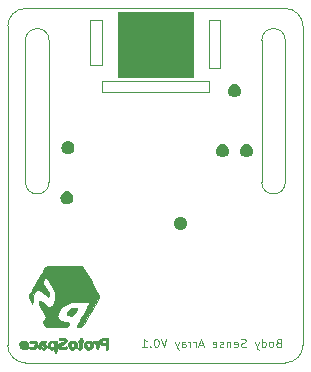
<source format=gbr>
G04 #@! TF.GenerationSoftware,KiCad,Pcbnew,5.1.2*
G04 #@! TF.CreationDate,2019-06-13T14:37:42+02:00*
G04 #@! TF.ProjectId,BodyTempUnit-e7,426f6479-5465-46d7-9055-6e69742d6537,rev?*
G04 #@! TF.SameCoordinates,Original*
G04 #@! TF.FileFunction,Soldermask,Bot*
G04 #@! TF.FilePolarity,Negative*
%FSLAX46Y46*%
G04 Gerber Fmt 4.6, Leading zero omitted, Abs format (unit mm)*
G04 Created by KiCad (PCBNEW 5.1.2) date 2019-06-13 14:37:42*
%MOMM*%
%LPD*%
G04 APERTURE LIST*
%ADD10C,0.100000*%
%ADD11C,0.050000*%
%ADD12C,0.010000*%
%ADD13C,0.150000*%
G04 APERTURE END LIST*
D10*
X87908333Y-133300000D02*
X87808333Y-133333333D01*
X87775000Y-133366666D01*
X87741666Y-133433333D01*
X87741666Y-133533333D01*
X87775000Y-133600000D01*
X87808333Y-133633333D01*
X87875000Y-133666666D01*
X88141666Y-133666666D01*
X88141666Y-132966666D01*
X87908333Y-132966666D01*
X87841666Y-133000000D01*
X87808333Y-133033333D01*
X87775000Y-133100000D01*
X87775000Y-133166666D01*
X87808333Y-133233333D01*
X87841666Y-133266666D01*
X87908333Y-133300000D01*
X88141666Y-133300000D01*
X87341666Y-133666666D02*
X87408333Y-133633333D01*
X87441666Y-133600000D01*
X87475000Y-133533333D01*
X87475000Y-133333333D01*
X87441666Y-133266666D01*
X87408333Y-133233333D01*
X87341666Y-133200000D01*
X87241666Y-133200000D01*
X87175000Y-133233333D01*
X87141666Y-133266666D01*
X87108333Y-133333333D01*
X87108333Y-133533333D01*
X87141666Y-133600000D01*
X87175000Y-133633333D01*
X87241666Y-133666666D01*
X87341666Y-133666666D01*
X86508333Y-133666666D02*
X86508333Y-132966666D01*
X86508333Y-133633333D02*
X86575000Y-133666666D01*
X86708333Y-133666666D01*
X86775000Y-133633333D01*
X86808333Y-133600000D01*
X86841666Y-133533333D01*
X86841666Y-133333333D01*
X86808333Y-133266666D01*
X86775000Y-133233333D01*
X86708333Y-133200000D01*
X86575000Y-133200000D01*
X86508333Y-133233333D01*
X86241666Y-133200000D02*
X86075000Y-133666666D01*
X85908333Y-133200000D02*
X86075000Y-133666666D01*
X86141666Y-133833333D01*
X86175000Y-133866666D01*
X86241666Y-133900000D01*
X85141666Y-133633333D02*
X85041666Y-133666666D01*
X84875000Y-133666666D01*
X84808333Y-133633333D01*
X84775000Y-133600000D01*
X84741666Y-133533333D01*
X84741666Y-133466666D01*
X84775000Y-133400000D01*
X84808333Y-133366666D01*
X84875000Y-133333333D01*
X85008333Y-133300000D01*
X85075000Y-133266666D01*
X85108333Y-133233333D01*
X85141666Y-133166666D01*
X85141666Y-133100000D01*
X85108333Y-133033333D01*
X85075000Y-133000000D01*
X85008333Y-132966666D01*
X84841666Y-132966666D01*
X84741666Y-133000000D01*
X84175000Y-133633333D02*
X84241666Y-133666666D01*
X84375000Y-133666666D01*
X84441666Y-133633333D01*
X84475000Y-133566666D01*
X84475000Y-133300000D01*
X84441666Y-133233333D01*
X84375000Y-133200000D01*
X84241666Y-133200000D01*
X84175000Y-133233333D01*
X84141666Y-133300000D01*
X84141666Y-133366666D01*
X84475000Y-133433333D01*
X83841666Y-133200000D02*
X83841666Y-133666666D01*
X83841666Y-133266666D02*
X83808333Y-133233333D01*
X83741666Y-133200000D01*
X83641666Y-133200000D01*
X83575000Y-133233333D01*
X83541666Y-133300000D01*
X83541666Y-133666666D01*
X83241666Y-133633333D02*
X83175000Y-133666666D01*
X83041666Y-133666666D01*
X82975000Y-133633333D01*
X82941666Y-133566666D01*
X82941666Y-133533333D01*
X82975000Y-133466666D01*
X83041666Y-133433333D01*
X83141666Y-133433333D01*
X83208333Y-133400000D01*
X83241666Y-133333333D01*
X83241666Y-133300000D01*
X83208333Y-133233333D01*
X83141666Y-133200000D01*
X83041666Y-133200000D01*
X82975000Y-133233333D01*
X82375000Y-133633333D02*
X82441666Y-133666666D01*
X82575000Y-133666666D01*
X82641666Y-133633333D01*
X82675000Y-133566666D01*
X82675000Y-133300000D01*
X82641666Y-133233333D01*
X82575000Y-133200000D01*
X82441666Y-133200000D01*
X82375000Y-133233333D01*
X82341666Y-133300000D01*
X82341666Y-133366666D01*
X82675000Y-133433333D01*
X81541666Y-133466666D02*
X81208333Y-133466666D01*
X81608333Y-133666666D02*
X81375000Y-132966666D01*
X81141666Y-133666666D01*
X80908333Y-133666666D02*
X80908333Y-133200000D01*
X80908333Y-133333333D02*
X80875000Y-133266666D01*
X80841666Y-133233333D01*
X80775000Y-133200000D01*
X80708333Y-133200000D01*
X80475000Y-133666666D02*
X80475000Y-133200000D01*
X80475000Y-133333333D02*
X80441666Y-133266666D01*
X80408333Y-133233333D01*
X80341666Y-133200000D01*
X80275000Y-133200000D01*
X79741666Y-133666666D02*
X79741666Y-133300000D01*
X79775000Y-133233333D01*
X79841666Y-133200000D01*
X79975000Y-133200000D01*
X80041666Y-133233333D01*
X79741666Y-133633333D02*
X79808333Y-133666666D01*
X79975000Y-133666666D01*
X80041666Y-133633333D01*
X80075000Y-133566666D01*
X80075000Y-133500000D01*
X80041666Y-133433333D01*
X79975000Y-133400000D01*
X79808333Y-133400000D01*
X79741666Y-133366666D01*
X79475000Y-133200000D02*
X79308333Y-133666666D01*
X79141666Y-133200000D02*
X79308333Y-133666666D01*
X79375000Y-133833333D01*
X79408333Y-133866666D01*
X79475000Y-133900000D01*
X78441666Y-132966666D02*
X78208333Y-133666666D01*
X77975000Y-132966666D01*
X77608333Y-132966666D02*
X77541666Y-132966666D01*
X77475000Y-133000000D01*
X77441666Y-133033333D01*
X77408333Y-133100000D01*
X77375000Y-133233333D01*
X77375000Y-133400000D01*
X77408333Y-133533333D01*
X77441666Y-133600000D01*
X77475000Y-133633333D01*
X77541666Y-133666666D01*
X77608333Y-133666666D01*
X77675000Y-133633333D01*
X77708333Y-133600000D01*
X77741666Y-133533333D01*
X77775000Y-133400000D01*
X77775000Y-133233333D01*
X77741666Y-133100000D01*
X77708333Y-133033333D01*
X77675000Y-133000000D01*
X77608333Y-132966666D01*
X77075000Y-133600000D02*
X77041666Y-133633333D01*
X77075000Y-133666666D01*
X77108333Y-133633333D01*
X77075000Y-133600000D01*
X77075000Y-133666666D01*
X76375000Y-133666666D02*
X76775000Y-133666666D01*
X76575000Y-133666666D02*
X76575000Y-132966666D01*
X76641666Y-133066666D01*
X76708333Y-133133333D01*
X76775000Y-133166666D01*
G36*
X80725000Y-110800000D02*
G01*
X74325000Y-110800000D01*
X74325000Y-105300000D01*
X80725000Y-105300000D01*
X80725000Y-110800000D01*
G37*
X80725000Y-110800000D02*
X74325000Y-110800000D01*
X74325000Y-105300000D01*
X80725000Y-105300000D01*
X80725000Y-110800000D01*
D11*
X88505000Y-135000033D02*
G75*
G03X90005000Y-133510000I0J1500033D01*
G01*
X64998200Y-133501400D02*
G75*
G03X66498200Y-135001400I1500000J0D01*
G01*
X82000000Y-112100000D02*
X82000000Y-111100000D01*
X73000000Y-112100000D02*
X73000000Y-111100000D01*
X72000000Y-109800000D02*
X73000000Y-109800000D01*
X82000000Y-110000000D02*
X83000000Y-110000000D01*
X83000000Y-106000000D02*
X83000000Y-110000000D01*
X82000000Y-106000000D02*
X83000000Y-106000000D01*
X82000000Y-106000000D02*
X82000000Y-110000000D01*
X72000000Y-106000000D02*
X72000000Y-109800000D01*
X73000000Y-106000000D02*
X72000000Y-106000000D01*
X73000000Y-109800000D02*
X73000000Y-106000000D01*
X82000000Y-112100000D02*
X73000000Y-112100000D01*
X66500000Y-105000000D02*
G75*
G03X65000000Y-106500000I0J-1500000D01*
G01*
X90000000Y-106500000D02*
G75*
G03X88500000Y-105000000I-1500000J0D01*
G01*
X90000000Y-106500000D02*
X90005000Y-133510000D01*
X65001100Y-106500000D02*
X64999600Y-133501400D01*
X66500000Y-105000000D02*
X88500000Y-105000000D01*
X88500000Y-107700000D02*
X88500000Y-119700000D01*
X86500000Y-119700000D02*
X86500000Y-107700000D01*
X88500000Y-119700000D02*
G75*
G02X86500000Y-119700000I-1000000J0D01*
G01*
X86500000Y-107700000D02*
G75*
G02X88500000Y-107700000I1000000J0D01*
G01*
X68500000Y-107700000D02*
X68500000Y-119700000D01*
X66500000Y-107700000D02*
G75*
G02X68500000Y-107700000I1000000J0D01*
G01*
X68500000Y-119700000D02*
G75*
G02X66500000Y-119700000I-1000000J0D01*
G01*
X66500000Y-119700000D02*
X66500000Y-107700000D01*
X73000000Y-111100000D02*
X82000000Y-111100000D01*
X88505000Y-135000000D02*
X66498200Y-135000000D01*
D12*
G36*
X70520390Y-130352813D02*
G01*
X70392678Y-130399832D01*
X70267293Y-130487206D01*
X70142997Y-130615894D01*
X70046430Y-130753403D01*
X70004231Y-130867239D01*
X70004000Y-130873900D01*
X70047980Y-130934724D01*
X70154558Y-130992016D01*
X70285700Y-131028289D01*
X70350208Y-131033055D01*
X70465971Y-131006657D01*
X70526968Y-130978461D01*
X70611922Y-130901151D01*
X70708608Y-130774382D01*
X70798619Y-130628551D01*
X70863548Y-130494054D01*
X70884990Y-130401288D01*
X70882686Y-130391037D01*
X70813646Y-130339138D01*
X70682453Y-130326584D01*
X70520390Y-130352813D01*
G37*
X70520390Y-130352813D02*
X70392678Y-130399832D01*
X70267293Y-130487206D01*
X70142997Y-130615894D01*
X70046430Y-130753403D01*
X70004231Y-130867239D01*
X70004000Y-130873900D01*
X70047980Y-130934724D01*
X70154558Y-130992016D01*
X70285700Y-131028289D01*
X70350208Y-131033055D01*
X70465971Y-131006657D01*
X70526968Y-130978461D01*
X70611922Y-130901151D01*
X70708608Y-130774382D01*
X70798619Y-130628551D01*
X70863548Y-130494054D01*
X70884990Y-130401288D01*
X70882686Y-130391037D01*
X70813646Y-130339138D01*
X70682453Y-130326584D01*
X70520390Y-130352813D01*
G36*
X69348137Y-126767900D02*
G01*
X69014827Y-126769856D01*
X68759662Y-126773946D01*
X68570917Y-126780851D01*
X68436867Y-126791252D01*
X68345786Y-126805827D01*
X68285947Y-126825257D01*
X68245626Y-126850223D01*
X68238465Y-126856299D01*
X68183783Y-126926264D01*
X68090256Y-127069006D01*
X67966006Y-127270279D01*
X67819150Y-127515838D01*
X67657810Y-127791439D01*
X67490104Y-128082835D01*
X67324152Y-128375781D01*
X67168075Y-128656032D01*
X67029990Y-128909343D01*
X66918019Y-129121468D01*
X66840281Y-129278162D01*
X66804896Y-129365179D01*
X66803600Y-129373668D01*
X66826194Y-129465851D01*
X66884510Y-129610125D01*
X66941879Y-129728188D01*
X67080157Y-129993200D01*
X67112868Y-129663000D01*
X67161915Y-129349803D01*
X67242936Y-129119211D01*
X67363698Y-128955156D01*
X67502691Y-128856394D01*
X67652808Y-128831909D01*
X67829060Y-128898360D01*
X68022652Y-129051277D01*
X68142518Y-129181532D01*
X68291000Y-129337783D01*
X68400433Y-129402981D01*
X68473945Y-129378508D01*
X68496491Y-129337699D01*
X68509069Y-129240044D01*
X68476509Y-129110363D01*
X68392949Y-128934090D01*
X68252525Y-128696659D01*
X68213742Y-128635279D01*
X68095990Y-128446835D01*
X68026304Y-128318997D01*
X67996530Y-128227743D01*
X67998516Y-128149051D01*
X68021136Y-128067843D01*
X68095215Y-127906427D01*
X68181924Y-127813173D01*
X68266564Y-127803136D01*
X68275087Y-127807741D01*
X68342219Y-127880274D01*
X68439376Y-128023854D01*
X68554890Y-128216871D01*
X68677098Y-128437719D01*
X68794333Y-128664791D01*
X68894930Y-128876479D01*
X68967222Y-129051175D01*
X68995057Y-129141287D01*
X69026759Y-129410253D01*
X69006725Y-129669024D01*
X68942802Y-129902206D01*
X68842835Y-130094408D01*
X68714668Y-130230237D01*
X68566147Y-130294301D01*
X68416702Y-130276010D01*
X68324088Y-130217597D01*
X68191823Y-130107960D01*
X68050110Y-129972391D01*
X67886956Y-129815408D01*
X67773749Y-129735873D01*
X67699071Y-129730258D01*
X67651506Y-129795036D01*
X67636321Y-129844546D01*
X67625095Y-129934348D01*
X67641632Y-130034449D01*
X67693233Y-130161904D01*
X67787198Y-130333766D01*
X67930828Y-130567090D01*
X67976033Y-130638089D01*
X68087158Y-130820980D01*
X68172895Y-130979443D01*
X68220458Y-131089039D01*
X68226000Y-131115893D01*
X68196600Y-131209866D01*
X68123528Y-131335502D01*
X68098839Y-131369527D01*
X67971677Y-131536244D01*
X68079231Y-131718534D01*
X68169832Y-131846990D01*
X68260283Y-131938004D01*
X68279253Y-131950312D01*
X68360386Y-131967422D01*
X68523122Y-131981970D01*
X68747472Y-131992837D01*
X69013450Y-131998908D01*
X69164886Y-131999800D01*
X69958052Y-131999800D01*
X70084527Y-131863330D01*
X70178286Y-131740162D01*
X70191215Y-131650094D01*
X70117308Y-131584436D01*
X69950559Y-131534499D01*
X69843640Y-131514842D01*
X69548493Y-131446385D01*
X69347425Y-131349586D01*
X69235322Y-131218084D01*
X69207069Y-131045520D01*
X69257552Y-130825533D01*
X69267582Y-130798456D01*
X69443926Y-130475069D01*
X69700317Y-130208178D01*
X70027803Y-130005269D01*
X70355505Y-129888660D01*
X70538685Y-129855034D01*
X70766560Y-129832782D01*
X71018580Y-129821498D01*
X71274192Y-129820775D01*
X71512845Y-129830207D01*
X71713987Y-129849388D01*
X71857065Y-129877912D01*
X71921529Y-129915372D01*
X71922870Y-129919642D01*
X71902843Y-129985436D01*
X71838272Y-130124462D01*
X71736489Y-130322594D01*
X71604825Y-130565704D01*
X71450610Y-130839665D01*
X71398284Y-130930526D01*
X71236379Y-131211187D01*
X71091379Y-131464547D01*
X70971223Y-131676567D01*
X70883853Y-131833210D01*
X70837208Y-131920438D01*
X70832261Y-131931184D01*
X70852467Y-131979140D01*
X70939832Y-132000913D01*
X71063702Y-131997798D01*
X71193423Y-131971091D01*
X71298339Y-131922087D01*
X71312336Y-131910900D01*
X71369065Y-131838915D01*
X71464232Y-131694141D01*
X71589728Y-131490873D01*
X71737447Y-131243407D01*
X71899281Y-130966038D01*
X72067122Y-130673062D01*
X72232863Y-130378775D01*
X72388396Y-130097473D01*
X72525614Y-129843453D01*
X72636409Y-129631008D01*
X72712674Y-129474437D01*
X72746300Y-129388033D01*
X72747200Y-129380835D01*
X72722298Y-129310542D01*
X72652995Y-129167423D01*
X72547395Y-128965632D01*
X72413605Y-128719326D01*
X72259729Y-128442659D01*
X72093873Y-128149785D01*
X71924141Y-127854861D01*
X71758639Y-127572040D01*
X71605472Y-127315478D01*
X71472744Y-127099330D01*
X71368562Y-126937750D01*
X71301031Y-126844893D01*
X71287102Y-126830900D01*
X71232209Y-126810787D01*
X71120650Y-126794964D01*
X70944025Y-126783081D01*
X70693932Y-126774785D01*
X70361971Y-126769724D01*
X69939743Y-126767546D01*
X69771319Y-126767399D01*
X69348137Y-126767900D01*
G37*
X69348137Y-126767900D02*
X69014827Y-126769856D01*
X68759662Y-126773946D01*
X68570917Y-126780851D01*
X68436867Y-126791252D01*
X68345786Y-126805827D01*
X68285947Y-126825257D01*
X68245626Y-126850223D01*
X68238465Y-126856299D01*
X68183783Y-126926264D01*
X68090256Y-127069006D01*
X67966006Y-127270279D01*
X67819150Y-127515838D01*
X67657810Y-127791439D01*
X67490104Y-128082835D01*
X67324152Y-128375781D01*
X67168075Y-128656032D01*
X67029990Y-128909343D01*
X66918019Y-129121468D01*
X66840281Y-129278162D01*
X66804896Y-129365179D01*
X66803600Y-129373668D01*
X66826194Y-129465851D01*
X66884510Y-129610125D01*
X66941879Y-129728188D01*
X67080157Y-129993200D01*
X67112868Y-129663000D01*
X67161915Y-129349803D01*
X67242936Y-129119211D01*
X67363698Y-128955156D01*
X67502691Y-128856394D01*
X67652808Y-128831909D01*
X67829060Y-128898360D01*
X68022652Y-129051277D01*
X68142518Y-129181532D01*
X68291000Y-129337783D01*
X68400433Y-129402981D01*
X68473945Y-129378508D01*
X68496491Y-129337699D01*
X68509069Y-129240044D01*
X68476509Y-129110363D01*
X68392949Y-128934090D01*
X68252525Y-128696659D01*
X68213742Y-128635279D01*
X68095990Y-128446835D01*
X68026304Y-128318997D01*
X67996530Y-128227743D01*
X67998516Y-128149051D01*
X68021136Y-128067843D01*
X68095215Y-127906427D01*
X68181924Y-127813173D01*
X68266564Y-127803136D01*
X68275087Y-127807741D01*
X68342219Y-127880274D01*
X68439376Y-128023854D01*
X68554890Y-128216871D01*
X68677098Y-128437719D01*
X68794333Y-128664791D01*
X68894930Y-128876479D01*
X68967222Y-129051175D01*
X68995057Y-129141287D01*
X69026759Y-129410253D01*
X69006725Y-129669024D01*
X68942802Y-129902206D01*
X68842835Y-130094408D01*
X68714668Y-130230237D01*
X68566147Y-130294301D01*
X68416702Y-130276010D01*
X68324088Y-130217597D01*
X68191823Y-130107960D01*
X68050110Y-129972391D01*
X67886956Y-129815408D01*
X67773749Y-129735873D01*
X67699071Y-129730258D01*
X67651506Y-129795036D01*
X67636321Y-129844546D01*
X67625095Y-129934348D01*
X67641632Y-130034449D01*
X67693233Y-130161904D01*
X67787198Y-130333766D01*
X67930828Y-130567090D01*
X67976033Y-130638089D01*
X68087158Y-130820980D01*
X68172895Y-130979443D01*
X68220458Y-131089039D01*
X68226000Y-131115893D01*
X68196600Y-131209866D01*
X68123528Y-131335502D01*
X68098839Y-131369527D01*
X67971677Y-131536244D01*
X68079231Y-131718534D01*
X68169832Y-131846990D01*
X68260283Y-131938004D01*
X68279253Y-131950312D01*
X68360386Y-131967422D01*
X68523122Y-131981970D01*
X68747472Y-131992837D01*
X69013450Y-131998908D01*
X69164886Y-131999800D01*
X69958052Y-131999800D01*
X70084527Y-131863330D01*
X70178286Y-131740162D01*
X70191215Y-131650094D01*
X70117308Y-131584436D01*
X69950559Y-131534499D01*
X69843640Y-131514842D01*
X69548493Y-131446385D01*
X69347425Y-131349586D01*
X69235322Y-131218084D01*
X69207069Y-131045520D01*
X69257552Y-130825533D01*
X69267582Y-130798456D01*
X69443926Y-130475069D01*
X69700317Y-130208178D01*
X70027803Y-130005269D01*
X70355505Y-129888660D01*
X70538685Y-129855034D01*
X70766560Y-129832782D01*
X71018580Y-129821498D01*
X71274192Y-129820775D01*
X71512845Y-129830207D01*
X71713987Y-129849388D01*
X71857065Y-129877912D01*
X71921529Y-129915372D01*
X71922870Y-129919642D01*
X71902843Y-129985436D01*
X71838272Y-130124462D01*
X71736489Y-130322594D01*
X71604825Y-130565704D01*
X71450610Y-130839665D01*
X71398284Y-130930526D01*
X71236379Y-131211187D01*
X71091379Y-131464547D01*
X70971223Y-131676567D01*
X70883853Y-131833210D01*
X70837208Y-131920438D01*
X70832261Y-131931184D01*
X70852467Y-131979140D01*
X70939832Y-132000913D01*
X71063702Y-131997798D01*
X71193423Y-131971091D01*
X71298339Y-131922087D01*
X71312336Y-131910900D01*
X71369065Y-131838915D01*
X71464232Y-131694141D01*
X71589728Y-131490873D01*
X71737447Y-131243407D01*
X71899281Y-130966038D01*
X72067122Y-130673062D01*
X72232863Y-130378775D01*
X72388396Y-130097473D01*
X72525614Y-129843453D01*
X72636409Y-129631008D01*
X72712674Y-129474437D01*
X72746300Y-129388033D01*
X72747200Y-129380835D01*
X72722298Y-129310542D01*
X72652995Y-129167423D01*
X72547395Y-128965632D01*
X72413605Y-128719326D01*
X72259729Y-128442659D01*
X72093873Y-128149785D01*
X71924141Y-127854861D01*
X71758639Y-127572040D01*
X71605472Y-127315478D01*
X71472744Y-127099330D01*
X71368562Y-126937750D01*
X71301031Y-126844893D01*
X71287102Y-126830900D01*
X71232209Y-126810787D01*
X71120650Y-126794964D01*
X70944025Y-126783081D01*
X70693932Y-126774785D01*
X70361971Y-126769724D01*
X69939743Y-126767546D01*
X69771319Y-126767399D01*
X69348137Y-126767900D01*
G36*
X66333016Y-133127460D02*
G01*
X66162008Y-133164203D01*
X66044138Y-133256682D01*
X66027022Y-133278533D01*
X65952541Y-133415281D01*
X65967516Y-133508402D01*
X66073872Y-133560534D01*
X66243206Y-133574600D01*
X66403432Y-133586199D01*
X66487496Y-133616222D01*
X66486902Y-133657504D01*
X66394763Y-133702373D01*
X66278003Y-133703381D01*
X66217610Y-133674713D01*
X66112198Y-133639673D01*
X66054947Y-133648890D01*
X66000948Y-133680027D01*
X66018489Y-133722992D01*
X66085328Y-133781574D01*
X66257683Y-133865194D01*
X66443416Y-133864914D01*
X66594620Y-133790500D01*
X66707834Y-133637696D01*
X66733602Y-133457879D01*
X66697424Y-133358700D01*
X66486100Y-133358700D01*
X66459666Y-133406873D01*
X66346400Y-133422200D01*
X66229953Y-133405426D01*
X66206700Y-133358700D01*
X66267931Y-133309113D01*
X66346400Y-133295200D01*
X66446944Y-133319147D01*
X66486100Y-133358700D01*
X66697424Y-133358700D01*
X66668914Y-133280545D01*
X66649408Y-133253659D01*
X66556734Y-133159738D01*
X66451181Y-133125518D01*
X66333016Y-133127460D01*
G37*
X66333016Y-133127460D02*
X66162008Y-133164203D01*
X66044138Y-133256682D01*
X66027022Y-133278533D01*
X65952541Y-133415281D01*
X65967516Y-133508402D01*
X66073872Y-133560534D01*
X66243206Y-133574600D01*
X66403432Y-133586199D01*
X66487496Y-133616222D01*
X66486902Y-133657504D01*
X66394763Y-133702373D01*
X66278003Y-133703381D01*
X66217610Y-133674713D01*
X66112198Y-133639673D01*
X66054947Y-133648890D01*
X66000948Y-133680027D01*
X66018489Y-133722992D01*
X66085328Y-133781574D01*
X66257683Y-133865194D01*
X66443416Y-133864914D01*
X66594620Y-133790500D01*
X66707834Y-133637696D01*
X66733602Y-133457879D01*
X66697424Y-133358700D01*
X66486100Y-133358700D01*
X66459666Y-133406873D01*
X66346400Y-133422200D01*
X66229953Y-133405426D01*
X66206700Y-133358700D01*
X66267931Y-133309113D01*
X66346400Y-133295200D01*
X66446944Y-133319147D01*
X66486100Y-133358700D01*
X66697424Y-133358700D01*
X66668914Y-133280545D01*
X66649408Y-133253659D01*
X66556734Y-133159738D01*
X66451181Y-133125518D01*
X66333016Y-133127460D01*
G36*
X66965414Y-133137339D02*
G01*
X66859674Y-133186949D01*
X66812975Y-133250915D01*
X66844582Y-133313923D01*
X66854930Y-133320927D01*
X66957030Y-133335719D01*
X67013083Y-133317237D01*
X67141840Y-133290822D01*
X67240385Y-133341659D01*
X67286615Y-133445725D01*
X67258423Y-133578998D01*
X67256788Y-133582098D01*
X67203796Y-133646732D01*
X67118748Y-133664004D01*
X67002970Y-133650152D01*
X66871787Y-133635673D01*
X66813756Y-133655339D01*
X66803600Y-133695347D01*
X66845944Y-133795989D01*
X66953817Y-133855818D01*
X67098487Y-133871925D01*
X67251220Y-133841402D01*
X67383281Y-133761340D01*
X67390110Y-133754709D01*
X67489372Y-133596788D01*
X67502847Y-133430250D01*
X67441001Y-133278994D01*
X67314304Y-133166915D01*
X67133224Y-133117913D01*
X67110934Y-133117400D01*
X66965414Y-133137339D01*
G37*
X66965414Y-133137339D02*
X66859674Y-133186949D01*
X66812975Y-133250915D01*
X66844582Y-133313923D01*
X66854930Y-133320927D01*
X66957030Y-133335719D01*
X67013083Y-133317237D01*
X67141840Y-133290822D01*
X67240385Y-133341659D01*
X67286615Y-133445725D01*
X67258423Y-133578998D01*
X67256788Y-133582098D01*
X67203796Y-133646732D01*
X67118748Y-133664004D01*
X67002970Y-133650152D01*
X66871787Y-133635673D01*
X66813756Y-133655339D01*
X66803600Y-133695347D01*
X66845944Y-133795989D01*
X66953817Y-133855818D01*
X67098487Y-133871925D01*
X67251220Y-133841402D01*
X67383281Y-133761340D01*
X67390110Y-133754709D01*
X67489372Y-133596788D01*
X67502847Y-133430250D01*
X67441001Y-133278994D01*
X67314304Y-133166915D01*
X67133224Y-133117913D01*
X67110934Y-133117400D01*
X66965414Y-133137339D01*
G36*
X67778157Y-133158657D02*
G01*
X67707279Y-133206300D01*
X67658372Y-133302996D01*
X67619695Y-133449449D01*
X67595772Y-133611458D01*
X67591129Y-133754818D01*
X67610291Y-133845329D01*
X67621187Y-133856958D01*
X67697003Y-133854744D01*
X67747779Y-133824966D01*
X67828282Y-133788452D01*
X67882713Y-133820592D01*
X68001106Y-133875303D01*
X68141319Y-133855512D01*
X68248106Y-133781440D01*
X68304058Y-133661401D01*
X68294712Y-133616152D01*
X68114645Y-133616152D01*
X68099000Y-133676200D01*
X68019715Y-133724327D01*
X67916230Y-133695195D01*
X67880560Y-133666040D01*
X67823454Y-133580719D01*
X67860444Y-133533655D01*
X67943602Y-133523800D01*
X68063915Y-133549934D01*
X68114645Y-133616152D01*
X68294712Y-133616152D01*
X68279406Y-133542055D01*
X68193059Y-133444593D01*
X68063925Y-133390203D01*
X67910911Y-133400075D01*
X67908480Y-133400837D01*
X67834274Y-133407873D01*
X67831027Y-133364030D01*
X67895921Y-133315224D01*
X68028381Y-133295246D01*
X68035923Y-133295200D01*
X68186673Y-133280950D01*
X68263634Y-133243445D01*
X68255307Y-133190550D01*
X68224529Y-133166215D01*
X68091178Y-133123512D01*
X67926745Y-133122205D01*
X67778157Y-133158657D01*
G37*
X67778157Y-133158657D02*
X67707279Y-133206300D01*
X67658372Y-133302996D01*
X67619695Y-133449449D01*
X67595772Y-133611458D01*
X67591129Y-133754818D01*
X67610291Y-133845329D01*
X67621187Y-133856958D01*
X67697003Y-133854744D01*
X67747779Y-133824966D01*
X67828282Y-133788452D01*
X67882713Y-133820592D01*
X68001106Y-133875303D01*
X68141319Y-133855512D01*
X68248106Y-133781440D01*
X68304058Y-133661401D01*
X68294712Y-133616152D01*
X68114645Y-133616152D01*
X68099000Y-133676200D01*
X68019715Y-133724327D01*
X67916230Y-133695195D01*
X67880560Y-133666040D01*
X67823454Y-133580719D01*
X67860444Y-133533655D01*
X67943602Y-133523800D01*
X68063915Y-133549934D01*
X68114645Y-133616152D01*
X68294712Y-133616152D01*
X68279406Y-133542055D01*
X68193059Y-133444593D01*
X68063925Y-133390203D01*
X67910911Y-133400075D01*
X67908480Y-133400837D01*
X67834274Y-133407873D01*
X67831027Y-133364030D01*
X67895921Y-133315224D01*
X68028381Y-133295246D01*
X68035923Y-133295200D01*
X68186673Y-133280950D01*
X68263634Y-133243445D01*
X68255307Y-133190550D01*
X68224529Y-133166215D01*
X68091178Y-133123512D01*
X67926745Y-133122205D01*
X67778157Y-133158657D01*
G36*
X69379658Y-132926900D02*
G01*
X69318897Y-133005830D01*
X69340390Y-133066835D01*
X69424830Y-133089115D01*
X69512474Y-133069993D01*
X69648518Y-133042409D01*
X69755504Y-133061733D01*
X69800737Y-133121768D01*
X69800800Y-133124640D01*
X69758092Y-133169711D01*
X69648760Y-133233668D01*
X69560520Y-133274806D01*
X69383716Y-133361058D01*
X69285618Y-133441819D01*
X69246443Y-133536546D01*
X69242778Y-133587300D01*
X69286331Y-133720686D01*
X69403407Y-133817400D01*
X69569731Y-133868302D01*
X69761027Y-133864250D01*
X69884502Y-133828939D01*
X70003628Y-133757803D01*
X70026808Y-133674686D01*
X70007109Y-133630429D01*
X69950378Y-133590224D01*
X69861401Y-133620155D01*
X69726923Y-133664357D01*
X69622615Y-133676200D01*
X69522022Y-133653842D01*
X69502380Y-133598259D01*
X69556455Y-133526683D01*
X69677016Y-133456345D01*
X69722153Y-133439064D01*
X69889223Y-133365097D01*
X69975875Y-133276501D01*
X70002995Y-133150904D01*
X70003223Y-133137973D01*
X69959549Y-133011714D01*
X69846040Y-132917557D01*
X69692008Y-132865424D01*
X69526767Y-132865238D01*
X69379658Y-132926900D01*
G37*
X69379658Y-132926900D02*
X69318897Y-133005830D01*
X69340390Y-133066835D01*
X69424830Y-133089115D01*
X69512474Y-133069993D01*
X69648518Y-133042409D01*
X69755504Y-133061733D01*
X69800737Y-133121768D01*
X69800800Y-133124640D01*
X69758092Y-133169711D01*
X69648760Y-133233668D01*
X69560520Y-133274806D01*
X69383716Y-133361058D01*
X69285618Y-133441819D01*
X69246443Y-133536546D01*
X69242778Y-133587300D01*
X69286331Y-133720686D01*
X69403407Y-133817400D01*
X69569731Y-133868302D01*
X69761027Y-133864250D01*
X69884502Y-133828939D01*
X70003628Y-133757803D01*
X70026808Y-133674686D01*
X70007109Y-133630429D01*
X69950378Y-133590224D01*
X69861401Y-133620155D01*
X69726923Y-133664357D01*
X69622615Y-133676200D01*
X69522022Y-133653842D01*
X69502380Y-133598259D01*
X69556455Y-133526683D01*
X69677016Y-133456345D01*
X69722153Y-133439064D01*
X69889223Y-133365097D01*
X69975875Y-133276501D01*
X70002995Y-133150904D01*
X70003223Y-133137973D01*
X69959549Y-133011714D01*
X69846040Y-132917557D01*
X69692008Y-132865424D01*
X69526767Y-132865238D01*
X69379658Y-132926900D01*
G36*
X70293909Y-133159405D02*
G01*
X70163185Y-133277203D01*
X70106877Y-133458464D01*
X70105600Y-133494712D01*
X70151071Y-133664667D01*
X70268343Y-133800750D01*
X70428705Y-133873972D01*
X70486600Y-133879400D01*
X70605583Y-133848622D01*
X70733169Y-133774568D01*
X70733750Y-133774112D01*
X70845556Y-133633441D01*
X70875196Y-133473358D01*
X70868511Y-133449416D01*
X70653037Y-133449416D01*
X70643815Y-133548103D01*
X70599042Y-133646184D01*
X70511082Y-133669869D01*
X70472129Y-133666703D01*
X70371428Y-133636851D01*
X70336428Y-133557105D01*
X70334200Y-133503936D01*
X70364404Y-133365798D01*
X70439881Y-133289551D01*
X70537928Y-133290418D01*
X70593834Y-133329861D01*
X70653037Y-133449416D01*
X70868511Y-133449416D01*
X70831992Y-133318634D01*
X70725267Y-133194042D01*
X70564344Y-133124353D01*
X70486600Y-133117400D01*
X70293909Y-133159405D01*
G37*
X70293909Y-133159405D02*
X70163185Y-133277203D01*
X70106877Y-133458464D01*
X70105600Y-133494712D01*
X70151071Y-133664667D01*
X70268343Y-133800750D01*
X70428705Y-133873972D01*
X70486600Y-133879400D01*
X70605583Y-133848622D01*
X70733169Y-133774568D01*
X70733750Y-133774112D01*
X70845556Y-133633441D01*
X70875196Y-133473358D01*
X70868511Y-133449416D01*
X70653037Y-133449416D01*
X70643815Y-133548103D01*
X70599042Y-133646184D01*
X70511082Y-133669869D01*
X70472129Y-133666703D01*
X70371428Y-133636851D01*
X70336428Y-133557105D01*
X70334200Y-133503936D01*
X70364404Y-133365798D01*
X70439881Y-133289551D01*
X70537928Y-133290418D01*
X70593834Y-133329861D01*
X70653037Y-133449416D01*
X70868511Y-133449416D01*
X70831992Y-133318634D01*
X70725267Y-133194042D01*
X70564344Y-133124353D01*
X70486600Y-133117400D01*
X70293909Y-133159405D01*
G36*
X71179800Y-132875538D02*
G01*
X71113097Y-132926382D01*
X71079967Y-133003618D01*
X71039649Y-133092721D01*
X70991067Y-133117400D01*
X70926802Y-133158141D01*
X70918400Y-133193600D01*
X70959064Y-133260949D01*
X70994600Y-133269800D01*
X71047585Y-133303353D01*
X71069418Y-133414581D01*
X71070800Y-133473000D01*
X71056261Y-133618988D01*
X71010855Y-133675057D01*
X71000036Y-133676200D01*
X70924160Y-133710591D01*
X70899729Y-133782419D01*
X70939980Y-133844663D01*
X70951163Y-133849795D01*
X71083099Y-133877296D01*
X71200704Y-133866871D01*
X71240134Y-133845533D01*
X71260365Y-133778377D01*
X71272472Y-133647594D01*
X71274000Y-133576293D01*
X71286721Y-133421390D01*
X71318804Y-133305567D01*
X71336228Y-133278692D01*
X71373052Y-133208014D01*
X71336228Y-133116821D01*
X71285752Y-133002384D01*
X71274000Y-132936564D01*
X71244778Y-132875012D01*
X71179800Y-132875538D01*
G37*
X71179800Y-132875538D02*
X71113097Y-132926382D01*
X71079967Y-133003618D01*
X71039649Y-133092721D01*
X70991067Y-133117400D01*
X70926802Y-133158141D01*
X70918400Y-133193600D01*
X70959064Y-133260949D01*
X70994600Y-133269800D01*
X71047585Y-133303353D01*
X71069418Y-133414581D01*
X71070800Y-133473000D01*
X71056261Y-133618988D01*
X71010855Y-133675057D01*
X71000036Y-133676200D01*
X70924160Y-133710591D01*
X70899729Y-133782419D01*
X70939980Y-133844663D01*
X70951163Y-133849795D01*
X71083099Y-133877296D01*
X71200704Y-133866871D01*
X71240134Y-133845533D01*
X71260365Y-133778377D01*
X71272472Y-133647594D01*
X71274000Y-133576293D01*
X71286721Y-133421390D01*
X71318804Y-133305567D01*
X71336228Y-133278692D01*
X71373052Y-133208014D01*
X71336228Y-133116821D01*
X71285752Y-133002384D01*
X71274000Y-132936564D01*
X71244778Y-132875012D01*
X71179800Y-132875538D01*
G36*
X71670265Y-133139817D02*
G01*
X71555964Y-133222625D01*
X71527717Y-133256298D01*
X71449043Y-133421879D01*
X71455052Y-133585404D01*
X71530163Y-133728392D01*
X71658796Y-133832363D01*
X71825369Y-133878835D01*
X72014301Y-133849327D01*
X72024369Y-133845399D01*
X72109922Y-133767360D01*
X72180284Y-133633411D01*
X72216102Y-133489158D01*
X72215617Y-133482150D01*
X71985064Y-133482150D01*
X71976319Y-133595102D01*
X71951334Y-133642333D01*
X71855489Y-133677069D01*
X71746000Y-133644451D01*
X71682370Y-133578280D01*
X71654269Y-133445984D01*
X71702156Y-133340614D01*
X71804394Y-133288522D01*
X71909000Y-133302229D01*
X71960530Y-133367698D01*
X71985064Y-133482150D01*
X72215617Y-133482150D01*
X72210409Y-133406961D01*
X72117762Y-133229542D01*
X71969593Y-133135990D01*
X71828614Y-133117400D01*
X71670265Y-133139817D01*
G37*
X71670265Y-133139817D02*
X71555964Y-133222625D01*
X71527717Y-133256298D01*
X71449043Y-133421879D01*
X71455052Y-133585404D01*
X71530163Y-133728392D01*
X71658796Y-133832363D01*
X71825369Y-133878835D01*
X72014301Y-133849327D01*
X72024369Y-133845399D01*
X72109922Y-133767360D01*
X72180284Y-133633411D01*
X72216102Y-133489158D01*
X72215617Y-133482150D01*
X71985064Y-133482150D01*
X71976319Y-133595102D01*
X71951334Y-133642333D01*
X71855489Y-133677069D01*
X71746000Y-133644451D01*
X71682370Y-133578280D01*
X71654269Y-133445984D01*
X71702156Y-133340614D01*
X71804394Y-133288522D01*
X71909000Y-133302229D01*
X71960530Y-133367698D01*
X71985064Y-133482150D01*
X72215617Y-133482150D01*
X72210409Y-133406961D01*
X72117762Y-133229542D01*
X71969593Y-133135990D01*
X71828614Y-133117400D01*
X71670265Y-133139817D01*
G36*
X72251141Y-133152013D02*
G01*
X72243483Y-133228124D01*
X72284567Y-133304139D01*
X72337791Y-133334532D01*
X72401849Y-133374562D01*
X72437056Y-133468828D01*
X72452091Y-133606700D01*
X72475430Y-133775483D01*
X72520892Y-133856960D01*
X72546478Y-133867999D01*
X72636820Y-133861511D01*
X72660778Y-133847289D01*
X72679288Y-133781381D01*
X72692169Y-133644952D01*
X72696400Y-133488338D01*
X72690042Y-133298821D01*
X72667729Y-133189126D01*
X72624606Y-133138086D01*
X72615074Y-133133803D01*
X72525794Y-133138232D01*
X72494424Y-133166221D01*
X72447316Y-133200724D01*
X72420352Y-133173623D01*
X72343400Y-133121791D01*
X72312402Y-133117400D01*
X72251141Y-133152013D01*
G37*
X72251141Y-133152013D02*
X72243483Y-133228124D01*
X72284567Y-133304139D01*
X72337791Y-133334532D01*
X72401849Y-133374562D01*
X72437056Y-133468828D01*
X72452091Y-133606700D01*
X72475430Y-133775483D01*
X72520892Y-133856960D01*
X72546478Y-133867999D01*
X72636820Y-133861511D01*
X72660778Y-133847289D01*
X72679288Y-133781381D01*
X72692169Y-133644952D01*
X72696400Y-133488338D01*
X72690042Y-133298821D01*
X72667729Y-133189126D01*
X72624606Y-133138086D01*
X72615074Y-133133803D01*
X72525794Y-133138232D01*
X72494424Y-133166221D01*
X72447316Y-133200724D01*
X72420352Y-133173623D01*
X72343400Y-133121791D01*
X72312402Y-133117400D01*
X72251141Y-133152013D01*
G36*
X73062633Y-132870660D02*
G01*
X72956067Y-132901061D01*
X72876992Y-132967530D01*
X72852488Y-132997250D01*
X72767321Y-133129459D01*
X72760234Y-133237524D01*
X72831226Y-133362313D01*
X72852488Y-133389949D01*
X72977231Y-133495512D01*
X73131888Y-133523800D01*
X73248609Y-133531909D01*
X73296480Y-133576992D01*
X73305984Y-133690178D01*
X73306000Y-133701600D01*
X73317366Y-133824143D01*
X73361734Y-133873588D01*
X73407600Y-133879400D01*
X73453842Y-133872427D01*
X73483445Y-133839251D01*
X73500085Y-133761482D01*
X73507442Y-133620730D01*
X73509192Y-133398606D01*
X73509200Y-133371400D01*
X73509200Y-133193600D01*
X73306000Y-133193600D01*
X73289598Y-133284363D01*
X73219873Y-133317567D01*
X73153600Y-133320600D01*
X73044684Y-133306931D01*
X73004840Y-133248827D01*
X73001200Y-133193600D01*
X73017603Y-133102836D01*
X73087328Y-133069632D01*
X73153600Y-133066600D01*
X73262517Y-133080268D01*
X73302361Y-133138372D01*
X73306000Y-133193600D01*
X73509200Y-133193600D01*
X73509200Y-132863400D01*
X73233488Y-132863400D01*
X73062633Y-132870660D01*
G37*
X73062633Y-132870660D02*
X72956067Y-132901061D01*
X72876992Y-132967530D01*
X72852488Y-132997250D01*
X72767321Y-133129459D01*
X72760234Y-133237524D01*
X72831226Y-133362313D01*
X72852488Y-133389949D01*
X72977231Y-133495512D01*
X73131888Y-133523800D01*
X73248609Y-133531909D01*
X73296480Y-133576992D01*
X73305984Y-133690178D01*
X73306000Y-133701600D01*
X73317366Y-133824143D01*
X73361734Y-133873588D01*
X73407600Y-133879400D01*
X73453842Y-133872427D01*
X73483445Y-133839251D01*
X73500085Y-133761482D01*
X73507442Y-133620730D01*
X73509192Y-133398606D01*
X73509200Y-133371400D01*
X73509200Y-133193600D01*
X73306000Y-133193600D01*
X73289598Y-133284363D01*
X73219873Y-133317567D01*
X73153600Y-133320600D01*
X73044684Y-133306931D01*
X73004840Y-133248827D01*
X73001200Y-133193600D01*
X73017603Y-133102836D01*
X73087328Y-133069632D01*
X73153600Y-133066600D01*
X73262517Y-133080268D01*
X73302361Y-133138372D01*
X73306000Y-133193600D01*
X73509200Y-133193600D01*
X73509200Y-132863400D01*
X73233488Y-132863400D01*
X73062633Y-132870660D01*
G36*
X68672602Y-133133074D02*
G01*
X68552180Y-133165977D01*
X68478418Y-133220582D01*
X68396934Y-133366305D01*
X68381303Y-133545132D01*
X68431398Y-133712905D01*
X68480000Y-133777800D01*
X68601467Y-133854044D01*
X68736415Y-133877171D01*
X68845218Y-133843315D01*
X68870702Y-133815900D01*
X68903127Y-133813163D01*
X68930401Y-133905591D01*
X68937200Y-133951629D01*
X68974436Y-134103075D01*
X69032339Y-134174193D01*
X69102165Y-134154601D01*
X69105475Y-134151391D01*
X69120480Y-134088512D01*
X69132256Y-133948053D01*
X69139208Y-133754022D01*
X69140400Y-133625908D01*
X69140400Y-133518232D01*
X68938105Y-133518232D01*
X68895855Y-133619645D01*
X68794397Y-133673790D01*
X68761963Y-133676200D01*
X68654338Y-133646376D01*
X68601382Y-133544900D01*
X68601797Y-133412697D01*
X68659204Y-133315815D01*
X68751169Y-133278801D01*
X68823854Y-133301506D01*
X68915865Y-133401527D01*
X68938105Y-133518232D01*
X69140400Y-133518232D01*
X69140400Y-133135350D01*
X68859418Y-133127957D01*
X68672602Y-133133074D01*
G37*
X68672602Y-133133074D02*
X68552180Y-133165977D01*
X68478418Y-133220582D01*
X68396934Y-133366305D01*
X68381303Y-133545132D01*
X68431398Y-133712905D01*
X68480000Y-133777800D01*
X68601467Y-133854044D01*
X68736415Y-133877171D01*
X68845218Y-133843315D01*
X68870702Y-133815900D01*
X68903127Y-133813163D01*
X68930401Y-133905591D01*
X68937200Y-133951629D01*
X68974436Y-134103075D01*
X69032339Y-134174193D01*
X69102165Y-134154601D01*
X69105475Y-134151391D01*
X69120480Y-134088512D01*
X69132256Y-133948053D01*
X69139208Y-133754022D01*
X69140400Y-133625908D01*
X69140400Y-133518232D01*
X68938105Y-133518232D01*
X68895855Y-133619645D01*
X68794397Y-133673790D01*
X68761963Y-133676200D01*
X68654338Y-133646376D01*
X68601382Y-133544900D01*
X68601797Y-133412697D01*
X68659204Y-133315815D01*
X68751169Y-133278801D01*
X68823854Y-133301506D01*
X68915865Y-133401527D01*
X68938105Y-133518232D01*
X69140400Y-133518232D01*
X69140400Y-133135350D01*
X68859418Y-133127957D01*
X68672602Y-133133074D01*
D13*
G36*
X79785721Y-122670174D02*
G01*
X79885995Y-122711709D01*
X79885996Y-122711710D01*
X79976242Y-122772010D01*
X80052990Y-122848758D01*
X80052991Y-122848760D01*
X80113291Y-122939005D01*
X80154826Y-123039279D01*
X80176000Y-123145730D01*
X80176000Y-123254270D01*
X80154826Y-123360721D01*
X80113291Y-123460995D01*
X80113290Y-123460996D01*
X80052990Y-123551242D01*
X79976242Y-123627990D01*
X79930812Y-123658345D01*
X79885995Y-123688291D01*
X79785721Y-123729826D01*
X79679270Y-123751000D01*
X79570730Y-123751000D01*
X79464279Y-123729826D01*
X79364005Y-123688291D01*
X79319188Y-123658345D01*
X79273758Y-123627990D01*
X79197010Y-123551242D01*
X79136710Y-123460996D01*
X79136709Y-123460995D01*
X79095174Y-123360721D01*
X79074000Y-123254270D01*
X79074000Y-123145730D01*
X79095174Y-123039279D01*
X79136709Y-122939005D01*
X79197009Y-122848760D01*
X79197010Y-122848758D01*
X79273758Y-122772010D01*
X79364004Y-122711710D01*
X79364005Y-122711709D01*
X79464279Y-122670174D01*
X79570730Y-122649000D01*
X79679270Y-122649000D01*
X79785721Y-122670174D01*
X79785721Y-122670174D01*
G37*
G36*
X70160721Y-120495174D02*
G01*
X70260995Y-120536709D01*
X70260996Y-120536710D01*
X70351242Y-120597010D01*
X70427990Y-120673758D01*
X70427991Y-120673760D01*
X70488291Y-120764005D01*
X70529826Y-120864279D01*
X70551000Y-120970730D01*
X70551000Y-121079270D01*
X70529826Y-121185721D01*
X70488291Y-121285995D01*
X70488290Y-121285996D01*
X70427990Y-121376242D01*
X70351242Y-121452990D01*
X70305812Y-121483345D01*
X70260995Y-121513291D01*
X70160721Y-121554826D01*
X70054270Y-121576000D01*
X69945730Y-121576000D01*
X69839279Y-121554826D01*
X69739005Y-121513291D01*
X69694188Y-121483345D01*
X69648758Y-121452990D01*
X69572010Y-121376242D01*
X69511710Y-121285996D01*
X69511709Y-121285995D01*
X69470174Y-121185721D01*
X69449000Y-121079270D01*
X69449000Y-120970730D01*
X69470174Y-120864279D01*
X69511709Y-120764005D01*
X69572009Y-120673760D01*
X69572010Y-120673758D01*
X69648758Y-120597010D01*
X69739004Y-120536710D01*
X69739005Y-120536709D01*
X69839279Y-120495174D01*
X69945730Y-120474000D01*
X70054270Y-120474000D01*
X70160721Y-120495174D01*
X70160721Y-120495174D01*
G37*
G36*
X85322578Y-116504197D02*
G01*
X85375350Y-116514694D01*
X85474770Y-116555875D01*
X85564246Y-116615661D01*
X85640339Y-116691754D01*
X85700125Y-116781230D01*
X85741306Y-116880650D01*
X85741306Y-116880651D01*
X85762300Y-116986193D01*
X85762300Y-117093807D01*
X85755848Y-117126242D01*
X85741306Y-117199350D01*
X85700125Y-117298770D01*
X85640339Y-117388246D01*
X85564246Y-117464339D01*
X85474770Y-117524125D01*
X85375350Y-117565306D01*
X85322578Y-117575803D01*
X85269807Y-117586300D01*
X85162193Y-117586300D01*
X85109422Y-117575803D01*
X85056650Y-117565306D01*
X84957230Y-117524125D01*
X84867754Y-117464339D01*
X84791661Y-117388246D01*
X84731875Y-117298770D01*
X84690694Y-117199350D01*
X84676152Y-117126242D01*
X84669700Y-117093807D01*
X84669700Y-116986193D01*
X84690694Y-116880651D01*
X84690694Y-116880650D01*
X84731875Y-116781230D01*
X84791661Y-116691754D01*
X84867754Y-116615661D01*
X84957230Y-116555875D01*
X85056650Y-116514694D01*
X85109422Y-116504197D01*
X85162193Y-116493700D01*
X85269807Y-116493700D01*
X85322578Y-116504197D01*
X85322578Y-116504197D01*
G37*
G36*
X83290578Y-116504197D02*
G01*
X83343350Y-116514694D01*
X83442770Y-116555875D01*
X83532246Y-116615661D01*
X83608339Y-116691754D01*
X83668125Y-116781230D01*
X83709306Y-116880650D01*
X83709306Y-116880651D01*
X83730300Y-116986193D01*
X83730300Y-117093807D01*
X83723848Y-117126242D01*
X83709306Y-117199350D01*
X83668125Y-117298770D01*
X83608339Y-117388246D01*
X83532246Y-117464339D01*
X83442770Y-117524125D01*
X83343350Y-117565306D01*
X83290578Y-117575803D01*
X83237807Y-117586300D01*
X83130193Y-117586300D01*
X83077422Y-117575803D01*
X83024650Y-117565306D01*
X82925230Y-117524125D01*
X82835754Y-117464339D01*
X82759661Y-117388246D01*
X82699875Y-117298770D01*
X82658694Y-117199350D01*
X82644152Y-117126242D01*
X82637700Y-117093807D01*
X82637700Y-116986193D01*
X82658694Y-116880651D01*
X82658694Y-116880650D01*
X82699875Y-116781230D01*
X82759661Y-116691754D01*
X82835754Y-116615661D01*
X82925230Y-116555875D01*
X83024650Y-116514694D01*
X83077422Y-116504197D01*
X83130193Y-116493700D01*
X83237807Y-116493700D01*
X83290578Y-116504197D01*
X83290578Y-116504197D01*
G37*
G36*
X70260721Y-116245174D02*
G01*
X70360995Y-116286709D01*
X70360996Y-116286710D01*
X70451242Y-116347010D01*
X70527990Y-116423758D01*
X70527991Y-116423760D01*
X70588291Y-116514005D01*
X70629826Y-116614279D01*
X70651000Y-116720730D01*
X70651000Y-116829270D01*
X70629826Y-116935721D01*
X70588291Y-117035995D01*
X70588290Y-117035996D01*
X70527990Y-117126242D01*
X70451242Y-117202990D01*
X70405812Y-117233345D01*
X70360995Y-117263291D01*
X70260721Y-117304826D01*
X70154270Y-117326000D01*
X70045730Y-117326000D01*
X69939279Y-117304826D01*
X69839005Y-117263291D01*
X69794188Y-117233345D01*
X69748758Y-117202990D01*
X69672010Y-117126242D01*
X69611710Y-117035996D01*
X69611709Y-117035995D01*
X69570174Y-116935721D01*
X69549000Y-116829270D01*
X69549000Y-116720730D01*
X69570174Y-116614279D01*
X69611709Y-116514005D01*
X69672009Y-116423760D01*
X69672010Y-116423758D01*
X69748758Y-116347010D01*
X69839004Y-116286710D01*
X69839005Y-116286709D01*
X69939279Y-116245174D01*
X70045730Y-116224000D01*
X70154270Y-116224000D01*
X70260721Y-116245174D01*
X70260721Y-116245174D01*
G37*
G36*
X84306578Y-111424197D02*
G01*
X84359350Y-111434694D01*
X84458770Y-111475875D01*
X84548246Y-111535661D01*
X84624339Y-111611754D01*
X84684125Y-111701230D01*
X84725306Y-111800650D01*
X84746300Y-111906194D01*
X84746300Y-112013806D01*
X84725306Y-112119350D01*
X84684125Y-112218770D01*
X84624339Y-112308246D01*
X84548246Y-112384339D01*
X84458770Y-112444125D01*
X84359350Y-112485306D01*
X84306578Y-112495803D01*
X84253807Y-112506300D01*
X84146193Y-112506300D01*
X84093422Y-112495803D01*
X84040650Y-112485306D01*
X83941230Y-112444125D01*
X83851754Y-112384339D01*
X83775661Y-112308246D01*
X83715875Y-112218770D01*
X83674694Y-112119350D01*
X83653700Y-112013806D01*
X83653700Y-111906194D01*
X83674694Y-111800650D01*
X83715875Y-111701230D01*
X83775661Y-111611754D01*
X83851754Y-111535661D01*
X83941230Y-111475875D01*
X84040650Y-111434694D01*
X84093422Y-111424197D01*
X84146193Y-111413700D01*
X84253807Y-111413700D01*
X84306578Y-111424197D01*
X84306578Y-111424197D01*
G37*
M02*

</source>
